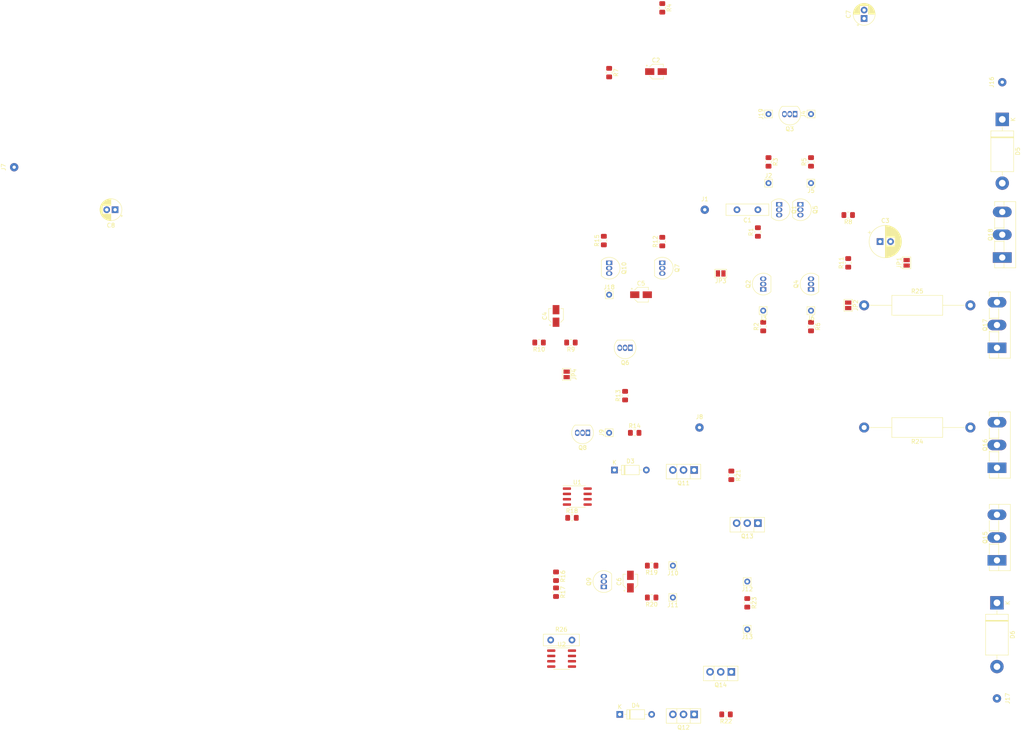
<source format=kicad_pcb>
(kicad_pcb (version 20171130) (host pcbnew "(5.1.2)-2")
  (layers (0 F.Cu signal) (31 B.Cu signal) (34 B.Paste user) (35 F.Paste user) (36 B.SilkS user) (37 F.SilkS user) (38 B.Mask user) (39 F.Mask user) (44 Edge.Cuts user))
  (net 0 "")
  (net 1 "Net-(C1-Pad1)")
  (net 2 "Net-(C1-Pad2)")
  (net 3 "Net-(C2-Pad2)")
  (net 4 "Net-(C2-Pad1)")
  (net 5 "Net-(C3-Pad1)")
  (net 6 GND)
  (net 7 "Net-(C4-Pad1)")
  (net 8 "Net-(C5-Pad1)")
  (net 9 "Net-(C5-Pad2)")
  (net 10 "Net-(C6-Pad2)")
  (net 11 "Net-(C6-Pad1)")
  (net 12 "Net-(D3-Pad1)")
  (net 13 "Net-(D3-Pad2)")
  (net 14 "Net-(D4-Pad2)")
  (net 15 "Net-(D5-Pad2)")
  (net 16 "Net-(D5-Pad1)")
  (net 17 "Net-(D6-Pad1)")
  (net 18 "Net-(D6-Pad2)")
  (net 19 "Net-(J2-Pad1)")
  (net 20 "Net-(J3-Pad1)")
  (net 21 "Net-(J4-Pad1)")
  (net 22 "Net-(J5-Pad1)")
  (net 23 "Net-(J6-Pad1)")
  (net 24 "Net-(J10-Pad1)")
  (net 25 "Net-(J11-Pad1)")
  (net 26 "Net-(J12-Pad1)")
  (net 27 "Net-(J13-Pad1)")
  (net 28 "Net-(JP1-Pad1)")
  (net 29 "Net-(JP2-Pad2)")
  (net 30 "Net-(JP3-Pad1)")
  (net 31 "Net-(Q2-Pad2)")
  (net 32 "Net-(Q5-Pad2)")
  (net 33 "Net-(Q6-Pad3)")
  (net 34 "Net-(Q6-Pad2)")
  (net 35 "Net-(Q10-Pad2)")
  (net 36 "Net-(Q8-Pad2)")
  (net 37 "Net-(Q9-Pad2)")
  (net 38 "Net-(Q10-Pad1)")
  (net 39 "Net-(Q11-Pad1)")
  (net 40 "Net-(Q12-Pad1)")
  (net 41 "Net-(R16-Pad1)")
  (net 42 "Net-(JP4-Pad2)")
  (net 43 "Net-(J19-Pad1)")
  (net 44 "Net-(R17-Pad2)")
  (net 45 "Net-(C8-Pad1)")
  (net 46 "Net-(Q16-Pad3)")
  (net 47 "Net-(Q17-Pad3)")
  (module Resistor_THT:R_Axial_DIN0414_L11.9mm_D4.5mm_P25.40mm_Horizontal (layer F.Cu) (at 245.11 60.96)
    (fp_text reference R25 (at 12.7 -3.37) (layer F.SilkS))
    (fp_text value 0.4)
    (pad 2 thru_hole oval (at 25.4 0) (size 2.4 2.4) (drill 1.2) (layers *.Cu *.Mask) (net 47 "Net-(Q17-Pad3)"))
    (pad 1 thru_hole circle (at 0 0) (size 2.4 2.4) (drill 1.2) (layers *.Cu *.Mask) (net 29 "Net-(JP2-Pad2)"))
  )
  (module Resistor_THT:R_Axial_DIN0414_L11.9mm_D4.5mm_P25.40mm_Horizontal (layer F.Cu) (at 270.51 90.17 180)
    (fp_text reference R24 (at 12.7 -3.37) (layer F.SilkS))
    (fp_text value 0.4)
    (pad 2 thru_hole oval (at 25.4 0 180) (size 2.4 2.4) (drill 1.2) (layers *.Cu *.Mask) (net 29 "Net-(JP2-Pad2)"))
    (pad 1 thru_hole circle (at 0 0 180) (size 2.4 2.4) (drill 1.2) (layers *.Cu *.Mask) (net 46 "Net-(Q16-Pad3)"))
  )
  (module Capacitor_THT:CP_Radial_D5.0mm_P2.00mm (layer F.Cu) (at 66.04 38.1 180)
    (fp_text reference C8 (at 1 -3.75) (layer F.SilkS))
    (fp_text value 1u)
    (pad 2 thru_hole circle (at 2 0 180) (size 1.6 1.6) (drill 0.8) (layers *.Cu *.Mask) (net 6 GND))
    (pad 1 thru_hole rect (at 0 0 180) (size 1.6 1.6) (drill 0.8) (layers *.Cu *.Mask) (net 45 "Net-(C8-Pad1)"))
  )
  (module Capacitor_THT:CP_Radial_D5.0mm_P2.00mm (layer F.Cu) (at 245.11 -7.62 90)
    (fp_text reference C7 (at 1 -3.75 90) (layer F.SilkS))
    (fp_text value 1u)
    (pad 2 thru_hole circle (at 2 0 90) (size 1.6 1.6) (drill 0.8) (layers *.Cu *.Mask) (net 3 "Net-(C2-Pad2)"))
    (pad 1 thru_hole rect (at 0 0 90) (size 1.6 1.6) (drill 0.8) (layers *.Cu *.Mask) (net 6 GND))
  )
  (module Resistor_THT:R_Box_L8.4mm_W2.5mm_P5.08mm (layer F.Cu) (at 170.18 140.97)
    (fp_text reference R26 (at 2.54 -2.52) (layer F.SilkS))
    (fp_text value 200)
    (pad 2 thru_hole circle (at 5.08 0) (size 1.6 1.6) (drill 0.8) (layers *.Cu *.Mask) (net 11 "Net-(C6-Pad1)"))
    (pad 1 thru_hole circle (at 0 0) (size 1.6 1.6) (drill 0.8) (layers *.Cu *.Mask) (net 44 "Net-(R17-Pad2)"))
  )
  (module Connector_Pin:Pin_D0.7mm_L6.5mm_W1.8mm_FlatFork (layer F.Cu) (at 222.25 15.24 270)
    (fp_text reference J19 (at 0 1.8 90) (layer F.SilkS))
    (fp_text value Conn_01x01_Male)
    (pad 1 thru_hole circle (at 0 0 270) (size 1.4 1.4) (drill 0.7) (layers *.Cu *.Mask) (net 43 "Net-(J19-Pad1)"))
  )
  (module kicad:SolderJumper-2_P1.3mm_Open_Pad1.0x1.5mm (layer F.Cu) (at 173.99 77.47 270)
    (fp_text reference JP4 (at 0 -1.8 90) (layer F.SilkS))
    (fp_text value Jumper_NO_Small)
    (pad 1 smd rect (at -0.65 0 270) (size 1 1.5) (layers F.Cu F.Mask) (net 7 "Net-(C4-Pad1)"))
    (pad 2 smd rect (at 0.65 0 270) (size 1 1.5) (layers F.Cu F.Mask) (net 42 "Net-(JP4-Pad2)"))
  )
  (module kicad:SolderJumper-2_P1.3mm_Open_Pad1.0x1.5mm (layer F.Cu) (at 210.82 53.34 180)
    (fp_text reference JP3 (at 0 -1.8) (layer F.SilkS))
    (fp_text value Jumper_NO_Small)
    (pad 1 smd rect (at -0.65 0 180) (size 1 1.5) (layers F.Cu F.Mask) (net 30 "Net-(JP3-Pad1)"))
    (pad 2 smd rect (at 0.65 0 180) (size 1 1.5) (layers F.Cu F.Mask) (net 9 "Net-(C5-Pad2)"))
  )
  (module Connector_Pin:Pin_D0.7mm_L6.5mm_W1.8mm_FlatFork (layer F.Cu) (at 184.15 58.42 180)
    (fp_text reference J18 (at 0 1.8) (layer F.SilkS))
    (fp_text value Conn_01x01_Male)
    (pad 1 thru_hole circle (at 0 0 180) (size 1.4 1.4) (drill 0.7) (layers *.Cu *.Mask) (net 8 "Net-(C5-Pad1)"))
  )
  (module Capacitor_SMD:CP_Elec_3x5.3 (layer F.Cu) (at 191.77 58.42)
    (fp_text reference C5 (at 0 -2.7) (layer F.SilkS))
    (fp_text value 100p)
    (pad 1 smd rect (at -1.5 0) (size 2.2 1.6) (layers F.Cu F.Paste F.Mask) (net 8 "Net-(C5-Pad1)"))
    (pad 2 smd rect (at 1.5 0) (size 2.2 1.6) (layers F.Cu F.Paste F.Mask) (net 9 "Net-(C5-Pad2)"))
  )
  (module Connector_Wire:SolderWirePad_1x01_Drill0.8mm (layer F.Cu) (at 276.86 154.94 270)
    (fp_text reference J17 (at 0 -2.54 90) (layer F.SilkS))
    (fp_text value Screw_Terminal_01x01)
    (pad 1 thru_hole circle (at 0 0 270) (size 1.99898 1.99898) (drill 0.8001) (layers *.Cu *.Mask) (net 18 "Net-(D6-Pad2)"))
  )
  (module Connector_Wire:SolderWirePad_1x01_Drill0.8mm (layer F.Cu) (at 278.13 7.62 90)
    (fp_text reference J16 (at 0 -2.54 90) (layer F.SilkS))
    (fp_text value Screw_Terminal_01x01)
    (pad 1 thru_hole circle (at 0 0 90) (size 1.99898 1.99898) (drill 0.8001) (layers *.Cu *.Mask) (net 16 "Net-(D5-Pad1)"))
  )
  (module Connector_Pin:Pin_D0.7mm_L6.5mm_W1.8mm_FlatFork (layer F.Cu) (at 217.17 138.43)
    (fp_text reference J13 (at 0 1.8) (layer F.SilkS))
    (fp_text value Conn_01x01_Male)
    (pad 1 thru_hole circle (at 0 0) (size 1.4 1.4) (drill 0.7) (layers *.Cu *.Mask) (net 27 "Net-(J13-Pad1)"))
  )
  (module Connector_Pin:Pin_D0.7mm_L6.5mm_W1.8mm_FlatFork (layer F.Cu) (at 217.17 127)
    (fp_text reference J12 (at 0 1.8) (layer F.SilkS))
    (fp_text value Conn_01x01_Male)
    (pad 1 thru_hole circle (at 0 0) (size 1.4 1.4) (drill 0.7) (layers *.Cu *.Mask) (net 26 "Net-(J12-Pad1)"))
  )
  (module Connector_Pin:Pin_D0.7mm_L6.5mm_W1.8mm_FlatFork (layer F.Cu) (at 199.39 130.81)
    (fp_text reference J11 (at 0 1.8) (layer F.SilkS))
    (fp_text value Conn_01x01_Male)
    (pad 1 thru_hole circle (at 0 0) (size 1.4 1.4) (drill 0.7) (layers *.Cu *.Mask) (net 25 "Net-(J11-Pad1)"))
  )
  (module Connector_Pin:Pin_D0.7mm_L6.5mm_W1.8mm_FlatFork (layer F.Cu) (at 199.39 123.19)
    (fp_text reference J10 (at 0 1.8) (layer F.SilkS))
    (fp_text value Conn_01x01_Male)
    (pad 1 thru_hole circle (at 0 0) (size 1.4 1.4) (drill 0.7) (layers *.Cu *.Mask) (net 24 "Net-(J10-Pad1)"))
  )
  (module Connector_Pin:Pin_D0.7mm_L6.5mm_W1.8mm_FlatFork (layer F.Cu) (at 184.15 91.44 270)
    (fp_text reference J9 (at 0 1.8 90) (layer F.SilkS))
    (fp_text value Conn_01x01_Male)
    (pad 1 thru_hole circle (at 0 0 270) (size 1.4 1.4) (drill 0.7) (layers *.Cu *.Mask) (net 12 "Net-(D3-Pad1)"))
  )
  (module Connector_Wire:SolderWirePad_1x01_Drill0.8mm (layer F.Cu) (at 205.74 90.17)
    (fp_text reference J8 (at 0 -2.54) (layer F.SilkS))
    (fp_text value Screw_Terminal_01x01)
    (pad 1 thru_hole circle (at 0 0) (size 1.99898 1.99898) (drill 0.8001) (layers *.Cu *.Mask) (net 3 "Net-(C2-Pad2)"))
  )
  (module Connector_Wire:SolderWirePad_1x01_Drill0.8mm (layer F.Cu) (at 41.91 27.94 90)
    (fp_text reference J7 (at 0 -2.54 90) (layer F.SilkS))
    (fp_text value Screw_Terminal_01x01)
    (pad 1 thru_hole circle (at 0 0 90) (size 1.99898 1.99898) (drill 0.8001) (layers *.Cu *.Mask) (net 45 "Net-(C8-Pad1)"))
  )
  (module Connector_Pin:Pin_D0.7mm_L6.5mm_W1.8mm_FlatFork (layer F.Cu) (at 232.41 62.23)
    (fp_text reference J6 (at 0 1.8) (layer F.SilkS))
    (fp_text value Conn_01x01_Male)
    (pad 1 thru_hole circle (at 0 0) (size 1.4 1.4) (drill 0.7) (layers *.Cu *.Mask) (net 23 "Net-(J6-Pad1)"))
  )
  (module Connector_Pin:Pin_D0.7mm_L6.5mm_W1.8mm_FlatFork (layer F.Cu) (at 232.41 31.75)
    (fp_text reference J5 (at 0 1.8) (layer F.SilkS))
    (fp_text value Conn_01x01_Male)
    (pad 1 thru_hole circle (at 0 0) (size 1.4 1.4) (drill 0.7) (layers *.Cu *.Mask) (net 22 "Net-(J5-Pad1)"))
  )
  (module Connector_Pin:Pin_D0.7mm_L6.5mm_W1.8mm_FlatFork (layer F.Cu) (at 232.41 15.24 270)
    (fp_text reference J4 (at 0 1.8 90) (layer F.SilkS))
    (fp_text value Conn_01x01_Male)
    (pad 1 thru_hole circle (at 0 0 270) (size 1.4 1.4) (drill 0.7) (layers *.Cu *.Mask) (net 21 "Net-(J4-Pad1)"))
  )
  (module Connector_Pin:Pin_D0.7mm_L6.5mm_W1.8mm_FlatFork (layer F.Cu) (at 220.98 62.23)
    (fp_text reference J3 (at 0 1.8) (layer F.SilkS))
    (fp_text value Conn_01x01_Male)
    (pad 1 thru_hole circle (at 0 0) (size 1.4 1.4) (drill 0.7) (layers *.Cu *.Mask) (net 20 "Net-(J3-Pad1)"))
  )
  (module Connector_Pin:Pin_D0.7mm_L6.5mm_W1.8mm_FlatFork (layer F.Cu) (at 222.25 31.75 180)
    (fp_text reference J2 (at 0 1.8) (layer F.SilkS))
    (fp_text value Conn_01x01_Male)
    (pad 1 thru_hole circle (at 0 0 180) (size 1.4 1.4) (drill 0.7) (layers *.Cu *.Mask) (net 19 "Net-(J2-Pad1)"))
  )
  (module Connector_Wire:SolderWirePad_1x01_Drill0.8mm (layer F.Cu) (at 207.01 38.1)
    (fp_text reference J1 (at 0 -2.54) (layer F.SilkS))
    (fp_text value Screw_Terminal_01x01)
    (pad 1 thru_hole circle (at 0 0) (size 1.99898 1.99898) (drill 0.8001) (layers *.Cu *.Mask) (net 2 "Net-(C1-Pad2)"))
  )
  (module Capacitor_THT:C_Disc_D10.0mm_W2.5mm_P5.00mm (layer F.Cu) (at 219.71 38.1 180)
    (fp_text reference C1 (at 2.5 -2.5) (layer F.SilkS))
    (fp_text value 10u)
    (pad 2 thru_hole circle (at 5 0 180) (size 1.6 1.6) (drill 0.8) (layers *.Cu *.Mask) (net 2 "Net-(C1-Pad2)"))
    (pad 1 thru_hole circle (at 0 0 180) (size 1.6 1.6) (drill 0.8) (layers *.Cu *.Mask) (net 1 "Net-(C1-Pad1)"))
  )
  (module Capacitor_SMD:CP_Elec_3x5.3 (layer F.Cu) (at 195.35 5.08)
    (fp_text reference C2 (at 0 -2.7) (layer F.SilkS))
    (fp_text value 47u)
    (pad 2 smd rect (at 1.5 0) (size 2.2 1.6) (layers F.Cu F.Paste F.Mask) (net 3 "Net-(C2-Pad2)"))
    (pad 1 smd rect (at -1.5 0) (size 2.2 1.6) (layers F.Cu F.Paste F.Mask) (net 4 "Net-(C2-Pad1)"))
  )
  (module Capacitor_THT:CP_Radial_D7.5mm_P2.50mm (layer F.Cu) (at 248.92 45.72)
    (fp_text reference C3 (at 1.25 -5) (layer F.SilkS))
    (fp_text value 1000u)
    (pad 1 thru_hole rect (at 0 0) (size 1.6 1.6) (drill 0.8) (layers *.Cu *.Mask) (net 5 "Net-(C3-Pad1)"))
    (pad 2 thru_hole circle (at 2.5 0) (size 1.6 1.6) (drill 0.8) (layers *.Cu *.Mask) (net 6 GND))
  )
  (module Capacitor_SMD:CP_Elec_3x5.3 (layer F.Cu) (at 171.45 63.5 90)
    (fp_text reference C4 (at 0 -2.7 90) (layer F.SilkS))
    (fp_text value 47u)
    (pad 1 smd rect (at -1.5 0 90) (size 2.2 1.6) (layers F.Cu F.Paste F.Mask) (net 7 "Net-(C4-Pad1)"))
    (pad 2 smd rect (at 1.5 0 90) (size 2.2 1.6) (layers F.Cu F.Paste F.Mask) (net 3 "Net-(C2-Pad2)"))
  )
  (module Capacitor_SMD:CP_Elec_3x5.3 (layer F.Cu) (at 189.23 127 90)
    (fp_text reference C6 (at 0 -2.7 90) (layer F.SilkS))
    (fp_text value 22n)
    (pad 2 smd rect (at 1.5 0 90) (size 2.2 1.6) (layers F.Cu F.Paste F.Mask) (net 10 "Net-(C6-Pad2)"))
    (pad 1 smd rect (at -1.5 0 90) (size 2.2 1.6) (layers F.Cu F.Paste F.Mask) (net 11 "Net-(C6-Pad1)"))
  )
  (module Diode_THT:D_DO-35_SOD27_P7.62mm_Horizontal (layer F.Cu) (at 185.42 100.33)
    (fp_text reference D3 (at 3.81 -2.12) (layer F.SilkS))
    (fp_text value 1N4148)
    (fp_text user K (at 0 -1.8) (layer F.SilkS))
    (pad 1 thru_hole rect (at 0 0) (size 1.6 1.6) (drill 0.8) (layers *.Cu *.Mask) (net 12 "Net-(D3-Pad1)"))
    (pad 2 thru_hole oval (at 7.62 0) (size 1.6 1.6) (drill 0.8) (layers *.Cu *.Mask) (net 13 "Net-(D3-Pad2)"))
  )
  (module Diode_THT:D_DO-35_SOD27_P7.62mm_Horizontal (layer F.Cu) (at 186.69 158.75)
    (fp_text reference D4 (at 3.81 -2.12) (layer F.SilkS))
    (fp_text value 1N4148)
    (fp_text user K (at 0 -1.8) (layer F.SilkS))
    (pad 2 thru_hole oval (at 7.62 0) (size 1.6 1.6) (drill 0.8) (layers *.Cu *.Mask) (net 14 "Net-(D4-Pad2)"))
    (pad 1 thru_hole rect (at 0 0) (size 1.6 1.6) (drill 0.8) (layers *.Cu *.Mask) (net 8 "Net-(C5-Pad1)"))
  )
  (module Diode_THT:D_DO-201AD_P15.24mm_Horizontal (layer F.Cu) (at 278.13 16.51 270)
    (fp_text reference D5 (at 7.62 -3.72 90) (layer F.SilkS))
    (fp_text value 1N5822)
    (fp_text user K (at 0 -2.6 90) (layer F.SilkS))
    (pad 2 thru_hole oval (at 15.24 0 270) (size 3.2 3.2) (drill 1.6) (layers *.Cu *.Mask) (net 15 "Net-(D5-Pad2)"))
    (pad 1 thru_hole rect (at 0 0 270) (size 3.2 3.2) (drill 1.6) (layers *.Cu *.Mask) (net 16 "Net-(D5-Pad1)"))
  )
  (module Diode_THT:D_DO-201AD_P15.24mm_Horizontal (layer F.Cu) (at 276.86 132.08 270)
    (fp_text reference D6 (at 7.62 -3.72 90) (layer F.SilkS))
    (fp_text value 1N5822)
    (fp_text user K (at 0 -2.6 90) (layer F.SilkS))
    (pad 1 thru_hole rect (at 0 0 270) (size 3.2 3.2) (drill 1.6) (layers *.Cu *.Mask) (net 17 "Net-(D6-Pad1)"))
    (pad 2 thru_hole oval (at 15.24 0 270) (size 3.2 3.2) (drill 1.6) (layers *.Cu *.Mask) (net 18 "Net-(D6-Pad2)"))
  )
  (module kicad:SolderJumper-2_P1.3mm_Open_Pad1.0x1.5mm (layer F.Cu) (at 255.27 50.8 90)
    (fp_text reference JP1 (at 0 -1.8 90) (layer F.SilkS))
    (fp_text value Jumper_NO_Small)
    (pad 2 smd rect (at 0.65 0 90) (size 1 1.5) (layers F.Cu F.Mask) (net 6 GND))
    (pad 1 smd rect (at -0.65 0 90) (size 1 1.5) (layers F.Cu F.Mask) (net 28 "Net-(JP1-Pad1)"))
  )
  (module kicad:SolderJumper-2_P1.3mm_Open_Pad1.0x1.5mm (layer F.Cu) (at 241.3 60.96 270)
    (fp_text reference JP2 (at 0 -1.8 90) (layer F.SilkS))
    (fp_text value Jumper_NO_Small)
    (pad 2 smd rect (at 0.65 0 270) (size 1 1.5) (layers F.Cu F.Mask) (net 29 "Net-(JP2-Pad2)"))
    (pad 1 smd rect (at -0.65 0 270) (size 1 1.5) (layers F.Cu F.Mask) (net 28 "Net-(JP1-Pad1)"))
  )
  (module Package_TO_SOT_THT:TO-92_Inline (layer F.Cu) (at 224.79 36.83 270)
    (fp_text reference Q1 (at 1.27 -3.56 90) (layer F.SilkS))
    (fp_text value MPSA92)
    (pad 1 thru_hole rect (at 0 0 270) (size 1.05 1.5) (drill 0.75) (layers *.Cu *.Mask) (net 19 "Net-(J2-Pad1)"))
    (pad 3 thru_hole oval (at 2.54 0 270) (size 1.05 1.5) (drill 0.75) (layers *.Cu *.Mask) (net 30 "Net-(JP3-Pad1)"))
    (pad 2 thru_hole oval (at 1.27 0 270) (size 1.05 1.5) (drill 0.75) (layers *.Cu *.Mask) (net 1 "Net-(C1-Pad1)"))
  )
  (module Package_TO_SOT_THT:TO-92_Inline (layer F.Cu) (at 220.98 57.15 90)
    (fp_text reference Q2 (at 1.27 -3.56 90) (layer F.SilkS))
    (fp_text value MPSA42)
    (pad 1 thru_hole rect (at 0 0 90) (size 1.05 1.5) (drill 0.75) (layers *.Cu *.Mask) (net 20 "Net-(J3-Pad1)"))
    (pad 3 thru_hole oval (at 2.54 0 90) (size 1.05 1.5) (drill 0.75) (layers *.Cu *.Mask) (net 30 "Net-(JP3-Pad1)"))
    (pad 2 thru_hole oval (at 1.27 0 90) (size 1.05 1.5) (drill 0.75) (layers *.Cu *.Mask) (net 31 "Net-(Q2-Pad2)"))
  )
  (module Package_TO_SOT_THT:TO-92_Inline (layer F.Cu) (at 228.6 15.24 180)
    (fp_text reference Q3 (at 1.27 -3.56) (layer F.SilkS))
    (fp_text value MPSA92)
    (pad 2 thru_hole oval (at 1.27 0 180) (size 1.05 1.5) (drill 0.75) (layers *.Cu *.Mask) (net 4 "Net-(C2-Pad1)"))
    (pad 3 thru_hole oval (at 2.54 0 180) (size 1.05 1.5) (drill 0.75) (layers *.Cu *.Mask) (net 43 "Net-(J19-Pad1)"))
    (pad 1 thru_hole rect (at 0 0 180) (size 1.05 1.5) (drill 0.75) (layers *.Cu *.Mask) (net 21 "Net-(J4-Pad1)"))
  )
  (module Package_TO_SOT_THT:TO-92_Inline (layer F.Cu) (at 232.41 57.15 90)
    (fp_text reference Q4 (at 1.27 -3.56 90) (layer F.SilkS))
    (fp_text value MPSA42)
    (pad 2 thru_hole oval (at 1.27 0 90) (size 1.05 1.5) (drill 0.75) (layers *.Cu *.Mask) (net 31 "Net-(Q2-Pad2)"))
    (pad 3 thru_hole oval (at 2.54 0 90) (size 1.05 1.5) (drill 0.75) (layers *.Cu *.Mask) (net 31 "Net-(Q2-Pad2)"))
    (pad 1 thru_hole rect (at 0 0 90) (size 1.05 1.5) (drill 0.75) (layers *.Cu *.Mask) (net 23 "Net-(J6-Pad1)"))
  )
  (module Package_TO_SOT_THT:TO-92_Inline (layer F.Cu) (at 229.87 36.83 270)
    (fp_text reference Q5 (at 1.27 -3.56 90) (layer F.SilkS))
    (fp_text value MPSA92)
    (pad 2 thru_hole oval (at 1.27 0 270) (size 1.05 1.5) (drill 0.75) (layers *.Cu *.Mask) (net 32 "Net-(Q5-Pad2)"))
    (pad 3 thru_hole oval (at 2.54 0 270) (size 1.05 1.5) (drill 0.75) (layers *.Cu *.Mask) (net 31 "Net-(Q2-Pad2)"))
    (pad 1 thru_hole rect (at 0 0 270) (size 1.05 1.5) (drill 0.75) (layers *.Cu *.Mask) (net 22 "Net-(J5-Pad1)"))
  )
  (module Package_TO_SOT_THT:TO-92_Inline (layer F.Cu) (at 189.23 71.12 180)
    (fp_text reference Q6 (at 1.27 -3.56) (layer F.SilkS))
    (fp_text value MPSA92)
    (pad 1 thru_hole rect (at 0 0 180) (size 1.05 1.5) (drill 0.75) (layers *.Cu *.Mask) (net 3 "Net-(C2-Pad2)"))
    (pad 3 thru_hole oval (at 2.54 0 180) (size 1.05 1.5) (drill 0.75) (layers *.Cu *.Mask) (net 33 "Net-(Q6-Pad3)"))
    (pad 2 thru_hole oval (at 1.27 0 180) (size 1.05 1.5) (drill 0.75) (layers *.Cu *.Mask) (net 34 "Net-(Q6-Pad2)"))
  )
  (module Package_TO_SOT_THT:TO-92_Inline (layer F.Cu) (at 196.85 50.8 270)
    (fp_text reference Q7 (at 1.27 -3.56 90) (layer F.SilkS))
    (fp_text value MPSA42)
    (pad 1 thru_hole rect (at 0 0 270) (size 1.05 1.5) (drill 0.75) (layers *.Cu *.Mask) (net 35 "Net-(Q10-Pad2)"))
    (pad 3 thru_hole oval (at 2.54 0 270) (size 1.05 1.5) (drill 0.75) (layers *.Cu *.Mask) (net 6 GND))
    (pad 2 thru_hole oval (at 1.27 0 270) (size 1.05 1.5) (drill 0.75) (layers *.Cu *.Mask) (net 9 "Net-(C5-Pad2)"))
  )
  (module Package_TO_SOT_THT:TO-92_Inline (layer F.Cu) (at 179.07 91.44 180)
    (fp_text reference Q8 (at 1.27 -3.56) (layer F.SilkS))
    (fp_text value MPSA92)
    (pad 2 thru_hole oval (at 1.27 0 180) (size 1.05 1.5) (drill 0.75) (layers *.Cu *.Mask) (net 36 "Net-(Q8-Pad2)"))
    (pad 3 thru_hole oval (at 2.54 0 180) (size 1.05 1.5) (drill 0.75) (layers *.Cu *.Mask) (net 42 "Net-(JP4-Pad2)"))
    (pad 1 thru_hole rect (at 0 0 180) (size 1.05 1.5) (drill 0.75) (layers *.Cu *.Mask) (net 12 "Net-(D3-Pad1)"))
  )
  (module Package_TO_SOT_THT:TO-92_Inline (layer F.Cu) (at 182.88 128.27 90)
    (fp_text reference Q9 (at 1.27 -3.56 90) (layer F.SilkS))
    (fp_text value MPSA42)
    (pad 1 thru_hole rect (at 0 0 90) (size 1.05 1.5) (drill 0.75) (layers *.Cu *.Mask) (net 11 "Net-(C6-Pad1)"))
    (pad 3 thru_hole oval (at 2.54 0 90) (size 1.05 1.5) (drill 0.75) (layers *.Cu *.Mask) (net 10 "Net-(C6-Pad2)"))
    (pad 2 thru_hole oval (at 1.27 0 90) (size 1.05 1.5) (drill 0.75) (layers *.Cu *.Mask) (net 37 "Net-(Q9-Pad2)"))
  )
  (module Package_TO_SOT_THT:TO-92_Inline (layer F.Cu) (at 184.15 50.8 270)
    (fp_text reference Q10 (at 1.27 -3.56 90) (layer F.SilkS))
    (fp_text value MPSA42)
    (pad 2 thru_hole oval (at 1.27 0 270) (size 1.05 1.5) (drill 0.75) (layers *.Cu *.Mask) (net 35 "Net-(Q10-Pad2)"))
    (pad 3 thru_hole oval (at 2.54 0 270) (size 1.05 1.5) (drill 0.75) (layers *.Cu *.Mask) (net 8 "Net-(C5-Pad1)"))
    (pad 1 thru_hole rect (at 0 0 270) (size 1.05 1.5) (drill 0.75) (layers *.Cu *.Mask) (net 38 "Net-(Q10-Pad1)"))
  )
  (module Package_TO_SOT_THT:TO-126-3_Vertical (layer F.Cu) (at 204.47 100.33 180)
    (fp_text reference Q11 (at 2.54 -3.12) (layer F.SilkS))
    (fp_text value BD135)
    (pad 1 thru_hole rect (at 0 0 180) (size 1.8 1.8) (drill 1) (layers *.Cu *.Mask) (net 39 "Net-(Q11-Pad1)"))
    (pad 2 thru_hole oval (at 2.54 0 180) (size 1.8 1.8) (drill 1) (layers *.Cu *.Mask) (net 3 "Net-(C2-Pad2)"))
    (pad 3 thru_hole oval (at 5.08 0 180) (size 1.8 1.8) (drill 1) (layers *.Cu *.Mask) (net 13 "Net-(D3-Pad2)"))
  )
  (module Package_TO_SOT_THT:TO-126-3_Vertical (layer F.Cu) (at 204.47 158.75 180)
    (fp_text reference Q12 (at 2.54 -3.12) (layer F.SilkS))
    (fp_text value BD136)
    (pad 3 thru_hole oval (at 5.08 0 180) (size 1.8 1.8) (drill 1) (layers *.Cu *.Mask) (net 14 "Net-(D4-Pad2)"))
    (pad 2 thru_hole oval (at 2.54 0 180) (size 1.8 1.8) (drill 1) (layers *.Cu *.Mask) (net 45 "Net-(C8-Pad1)"))
    (pad 1 thru_hole rect (at 0 0 180) (size 1.8 1.8) (drill 1) (layers *.Cu *.Mask) (net 40 "Net-(Q12-Pad1)"))
  )
  (module Package_TO_SOT_THT:TO-126-3_Vertical (layer F.Cu) (at 219.71 113.03 180)
    (fp_text reference Q13 (at 2.54 -3.12) (layer F.SilkS))
    (fp_text value BD135)
    (pad 3 thru_hole oval (at 5.08 0 180) (size 1.8 1.8) (drill 1) (layers *.Cu *.Mask) (net 24 "Net-(J10-Pad1)"))
    (pad 2 thru_hole oval (at 2.54 0 180) (size 1.8 1.8) (drill 1) (layers *.Cu *.Mask) (net 3 "Net-(C2-Pad2)"))
    (pad 1 thru_hole rect (at 0 0 180) (size 1.8 1.8) (drill 1) (layers *.Cu *.Mask) (net 26 "Net-(J12-Pad1)"))
  )
  (module Package_TO_SOT_THT:TO-126-3_Vertical (layer F.Cu) (at 213.36 148.59 180)
    (fp_text reference Q14 (at 2.54 -3.12) (layer F.SilkS))
    (fp_text value BD136)
    (pad 1 thru_hole rect (at 0 0 180) (size 1.8 1.8) (drill 1) (layers *.Cu *.Mask) (net 27 "Net-(J13-Pad1)"))
    (pad 2 thru_hole oval (at 2.54 0 180) (size 1.8 1.8) (drill 1) (layers *.Cu *.Mask) (net 45 "Net-(C8-Pad1)"))
    (pad 3 thru_hole oval (at 5.08 0 180) (size 1.8 1.8) (drill 1) (layers *.Cu *.Mask) (net 25 "Net-(J11-Pad1)"))
  )
  (module Package_TO_SOT_THT:TO-3PB-3_Vertical (layer F.Cu) (at 276.86 121.92 90)
    (fp_text reference Q15 (at 5.45 -2.82 90) (layer F.SilkS))
    (fp_text value 2SD1047)
    (pad 1 thru_hole rect (at 0 0 90) (size 2.5 4.5) (drill 1.5) (layers *.Cu *.Mask) (net 39 "Net-(Q11-Pad1)"))
    (pad 2 thru_hole oval (at 5.45 0 90) (size 2.5 4.5) (drill 1.5) (layers *.Cu *.Mask) (net 3 "Net-(C2-Pad2)"))
    (pad 3 thru_hole oval (at 10.9 0 90) (size 2.5 4.5) (drill 1.5) (layers *.Cu *.Mask) (net 17 "Net-(D6-Pad1)"))
  )
  (module Package_TO_SOT_THT:TO-3PB-3_Vertical (layer F.Cu) (at 276.86 99.8 90)
    (fp_text reference Q16 (at 5.45 -2.82 90) (layer F.SilkS))
    (fp_text value 2SD1047)
    (pad 3 thru_hole oval (at 10.9 0 90) (size 2.5 4.5) (drill 1.5) (layers *.Cu *.Mask) (net 46 "Net-(Q16-Pad3)"))
    (pad 2 thru_hole oval (at 5.45 0 90) (size 2.5 4.5) (drill 1.5) (layers *.Cu *.Mask) (net 17 "Net-(D6-Pad1)"))
    (pad 1 thru_hole rect (at 0 0 90) (size 2.5 4.5) (drill 1.5) (layers *.Cu *.Mask) (net 26 "Net-(J12-Pad1)"))
  )
  (module Package_TO_SOT_THT:TO-3PB-3_Vertical (layer F.Cu) (at 276.86 71.12 90)
    (fp_text reference Q17 (at 5.45 -2.82 90) (layer F.SilkS))
    (fp_text value 2SB817)
    (pad 3 thru_hole oval (at 10.9 0 90) (size 2.5 4.5) (drill 1.5) (layers *.Cu *.Mask) (net 47 "Net-(Q17-Pad3)"))
    (pad 2 thru_hole oval (at 5.45 0 90) (size 2.5 4.5) (drill 1.5) (layers *.Cu *.Mask) (net 15 "Net-(D5-Pad2)"))
    (pad 1 thru_hole rect (at 0 0 90) (size 2.5 4.5) (drill 1.5) (layers *.Cu *.Mask) (net 27 "Net-(J13-Pad1)"))
  )
  (module Package_TO_SOT_THT:TO-3PB-3_Vertical (layer F.Cu) (at 278.13 49.53 90)
    (fp_text reference Q18 (at 5.45 -2.82 90) (layer F.SilkS))
    (fp_text value 2SB817)
    (pad 1 thru_hole rect (at 0 0 90) (size 2.5 4.5) (drill 1.5) (layers *.Cu *.Mask) (net 40 "Net-(Q12-Pad1)"))
    (pad 2 thru_hole oval (at 5.45 0 90) (size 2.5 4.5) (drill 1.5) (layers *.Cu *.Mask) (net 45 "Net-(C8-Pad1)"))
    (pad 3 thru_hole oval (at 10.9 0 90) (size 2.5 4.5) (drill 1.5) (layers *.Cu *.Mask) (net 15 "Net-(D5-Pad2)"))
  )
  (module Resistor_SMD:R_0805_2012Metric_Pad1.15x1.40mm_HandSolder (layer F.Cu) (at 219.71 43.425 90)
    (fp_text reference R1 (at 0 -1.65 90) (layer F.SilkS))
    (fp_text value 400)
    (pad 2 smd roundrect (at 1.025 0 90) (size 1.15 1.4) (layers F.Cu F.Paste F.Mask) (roundrect_rratio 0.217391) (net 1 "Net-(C1-Pad1)"))
    (pad 1 smd roundrect (at -1.025 0 90) (size 1.15 1.4) (layers F.Cu F.Paste F.Mask) (roundrect_rratio 0.217391) (net 6 GND))
  )
  (module Resistor_SMD:R_0805_2012Metric_Pad1.15x1.40mm_HandSolder (layer F.Cu) (at 220.98 66.04 90)
    (fp_text reference R2 (at 0 -1.65 90) (layer F.SilkS))
    (fp_text value 68)
    (pad 1 smd roundrect (at -1.025 0 90) (size 1.15 1.4) (layers F.Cu F.Paste F.Mask) (roundrect_rratio 0.217391) (net 45 "Net-(C8-Pad1)"))
    (pad 2 smd roundrect (at 1.025 0 90) (size 1.15 1.4) (layers F.Cu F.Paste F.Mask) (roundrect_rratio 0.217391) (net 20 "Net-(J3-Pad1)"))
  )
  (module Resistor_SMD:R_0805_2012Metric_Pad1.15x1.40mm_HandSolder (layer F.Cu) (at 222.25 26.67 270)
    (fp_text reference R3 (at 0 -1.65 90) (layer F.SilkS))
    (fp_text value 100)
    (pad 1 smd roundrect (at -1.025 0 270) (size 1.15 1.4) (layers F.Cu F.Paste F.Mask) (roundrect_rratio 0.217391) (net 43 "Net-(J19-Pad1)"))
    (pad 2 smd roundrect (at 1.025 0 270) (size 1.15 1.4) (layers F.Cu F.Paste F.Mask) (roundrect_rratio 0.217391) (net 19 "Net-(J2-Pad1)"))
  )
  (module Resistor_SMD:R_0805_2012Metric_Pad1.15x1.40mm_HandSolder (layer F.Cu) (at 196.85 -10.16 270)
    (fp_text reference R4 (at 0 -1.65 90) (layer F.SilkS))
    (fp_text value 100)
    (pad 1 smd roundrect (at -1.025 0 270) (size 1.15 1.4) (layers F.Cu F.Paste F.Mask) (roundrect_rratio 0.217391) (net 21 "Net-(J4-Pad1)"))
    (pad 2 smd roundrect (at 1.025 0 270) (size 1.15 1.4) (layers F.Cu F.Paste F.Mask) (roundrect_rratio 0.217391) (net 3 "Net-(C2-Pad2)"))
  )
  (module Resistor_SMD:R_0805_2012Metric_Pad1.15x1.40mm_HandSolder (layer F.Cu) (at 232.41 26.67 90)
    (fp_text reference R5 (at 0 -1.65 90) (layer F.SilkS))
    (fp_text value 100)
    (pad 1 smd roundrect (at -1.025 0 90) (size 1.15 1.4) (layers F.Cu F.Paste F.Mask) (roundrect_rratio 0.217391) (net 22 "Net-(J5-Pad1)"))
    (pad 2 smd roundrect (at 1.025 0 90) (size 1.15 1.4) (layers F.Cu F.Paste F.Mask) (roundrect_rratio 0.217391) (net 43 "Net-(J19-Pad1)"))
  )
  (module Resistor_SMD:R_0805_2012Metric_Pad1.15x1.40mm_HandSolder (layer F.Cu) (at 232.41 66.04 270)
    (fp_text reference R6 (at 0 -1.65 90) (layer F.SilkS))
    (fp_text value 68)
    (pad 2 smd roundrect (at 1.025 0 270) (size 1.15 1.4) (layers F.Cu F.Paste F.Mask) (roundrect_rratio 0.217391) (net 45 "Net-(C8-Pad1)"))
    (pad 1 smd roundrect (at -1.025 0 270) (size 1.15 1.4) (layers F.Cu F.Paste F.Mask) (roundrect_rratio 0.217391) (net 23 "Net-(J6-Pad1)"))
  )
  (module Resistor_SMD:R_0805_2012Metric_Pad1.15x1.40mm_HandSolder (layer F.Cu) (at 184.15 5.325 270)
    (fp_text reference R7 (at 0 -1.65 90) (layer F.SilkS))
    (fp_text value 2.2k)
    (pad 2 smd roundrect (at 1.025 0 270) (size 1.15 1.4) (layers F.Cu F.Paste F.Mask) (roundrect_rratio 0.217391) (net 36 "Net-(Q8-Pad2)"))
    (pad 1 smd roundrect (at -1.025 0 270) (size 1.15 1.4) (layers F.Cu F.Paste F.Mask) (roundrect_rratio 0.217391) (net 4 "Net-(C2-Pad1)"))
  )
  (module Resistor_SMD:R_0805_2012Metric_Pad1.15x1.40mm_HandSolder (layer F.Cu) (at 241.3 39.37 180)
    (fp_text reference R8 (at 0 -1.65) (layer F.SilkS))
    (fp_text value 470)
    (pad 2 smd roundrect (at 1.025 0 180) (size 1.15 1.4) (layers F.Cu F.Paste F.Mask) (roundrect_rratio 0.217391) (net 32 "Net-(Q5-Pad2)"))
    (pad 1 smd roundrect (at -1.025 0 180) (size 1.15 1.4) (layers F.Cu F.Paste F.Mask) (roundrect_rratio 0.217391) (net 5 "Net-(C3-Pad1)"))
  )
  (module Resistor_SMD:R_0805_2012Metric_Pad1.15x1.40mm_HandSolder (layer F.Cu) (at 175.015 69.85 180)
    (fp_text reference R9 (at 0 -1.65) (layer F.SilkS))
    (fp_text value 10k)
    (pad 1 smd roundrect (at -1.025 0 180) (size 1.15 1.4) (layers F.Cu F.Paste F.Mask) (roundrect_rratio 0.217391) (net 33 "Net-(Q6-Pad3)"))
    (pad 2 smd roundrect (at 1.025 0 180) (size 1.15 1.4) (layers F.Cu F.Paste F.Mask) (roundrect_rratio 0.217391) (net 7 "Net-(C4-Pad1)"))
  )
  (module Resistor_SMD:R_0805_2012Metric_Pad1.15x1.40mm_HandSolder (layer F.Cu) (at 167.395 69.85 180)
    (fp_text reference R10 (at 0 -1.65) (layer F.SilkS))
    (fp_text value 10k)
    (pad 2 smd roundrect (at 1.025 0 180) (size 1.15 1.4) (layers F.Cu F.Paste F.Mask) (roundrect_rratio 0.217391) (net 6 GND))
    (pad 1 smd roundrect (at -1.025 0 180) (size 1.15 1.4) (layers F.Cu F.Paste F.Mask) (roundrect_rratio 0.217391) (net 7 "Net-(C4-Pad1)"))
  )
  (module Resistor_SMD:R_0805_2012Metric_Pad1.15x1.40mm_HandSolder (layer F.Cu) (at 241.3 50.8 90)
    (fp_text reference R11 (at 0 -1.65 90) (layer F.SilkS))
    (fp_text value 12k)
    (pad 1 smd roundrect (at -1.025 0 90) (size 1.15 1.4) (layers F.Cu F.Paste F.Mask) (roundrect_rratio 0.217391) (net 28 "Net-(JP1-Pad1)"))
    (pad 2 smd roundrect (at 1.025 0 90) (size 1.15 1.4) (layers F.Cu F.Paste F.Mask) (roundrect_rratio 0.217391) (net 32 "Net-(Q5-Pad2)"))
  )
  (module Resistor_SMD:R_0805_2012Metric_Pad1.15x1.40mm_HandSolder (layer F.Cu) (at 196.85 45.72 90)
    (fp_text reference R12 (at 0 -1.65 90) (layer F.SilkS))
    (fp_text value 2.2k)
    (pad 2 smd roundrect (at 1.025 0 90) (size 1.15 1.4) (layers F.Cu F.Paste F.Mask) (roundrect_rratio 0.217391) (net 45 "Net-(C8-Pad1)"))
    (pad 1 smd roundrect (at -1.025 0 90) (size 1.15 1.4) (layers F.Cu F.Paste F.Mask) (roundrect_rratio 0.217391) (net 35 "Net-(Q10-Pad2)"))
  )
  (module Resistor_SMD:R_0805_2012Metric_Pad1.15x1.40mm_HandSolder (layer F.Cu) (at 187.96 82.55 90)
    (fp_text reference R13 (at 0 -1.65 90) (layer F.SilkS))
    (fp_text value 2.2k)
    (pad 1 smd roundrect (at -1.025 0 90) (size 1.15 1.4) (layers F.Cu F.Paste F.Mask) (roundrect_rratio 0.217391) (net 12 "Net-(D3-Pad1)"))
    (pad 2 smd roundrect (at 1.025 0 90) (size 1.15 1.4) (layers F.Cu F.Paste F.Mask) (roundrect_rratio 0.217391) (net 34 "Net-(Q6-Pad2)"))
  )
  (module Resistor_SMD:R_0805_2012Metric_Pad1.15x1.40mm_HandSolder (layer F.Cu) (at 190.255 91.44)
    (fp_text reference R14 (at 0 -1.65) (layer F.SilkS))
    (fp_text value 68)
    (pad 2 smd roundrect (at 1.025 0) (size 1.15 1.4) (layers F.Cu F.Paste F.Mask) (roundrect_rratio 0.217391) (net 3 "Net-(C2-Pad2)"))
    (pad 1 smd roundrect (at -1.025 0) (size 1.15 1.4) (layers F.Cu F.Paste F.Mask) (roundrect_rratio 0.217391) (net 12 "Net-(D3-Pad1)"))
  )
  (module Resistor_SMD:R_0805_2012Metric_Pad1.15x1.40mm_HandSolder (layer F.Cu) (at 182.88 45.475 90)
    (fp_text reference R15 (at 0 -1.65 90) (layer F.SilkS))
    (fp_text value 10)
    (pad 1 smd roundrect (at -1.025 0 90) (size 1.15 1.4) (layers F.Cu F.Paste F.Mask) (roundrect_rratio 0.217391) (net 38 "Net-(Q10-Pad1)"))
    (pad 2 smd roundrect (at 1.025 0 90) (size 1.15 1.4) (layers F.Cu F.Paste F.Mask) (roundrect_rratio 0.217391) (net 45 "Net-(C8-Pad1)"))
  )
  (module Resistor_SMD:R_0805_2012Metric_Pad1.15x1.40mm_HandSolder (layer F.Cu) (at 171.45 125.73 270)
    (fp_text reference R16 (at 0 -1.65 90) (layer F.SilkS))
    (fp_text value 3.3k)
    (pad 2 smd roundrect (at 1.025 0 270) (size 1.15 1.4) (layers F.Cu F.Paste F.Mask) (roundrect_rratio 0.217391) (net 37 "Net-(Q9-Pad2)"))
    (pad 1 smd roundrect (at -1.025 0 270) (size 1.15 1.4) (layers F.Cu F.Paste F.Mask) (roundrect_rratio 0.217391) (net 41 "Net-(R16-Pad1)"))
  )
  (module Resistor_SMD:R_0805_2012Metric_Pad1.15x1.40mm_HandSolder (layer F.Cu) (at 171.45 129.54 270)
    (fp_text reference R17 (at 0 -1.65 90) (layer F.SilkS))
    (fp_text value 1.2k)
    (pad 1 smd roundrect (at -1.025 0 270) (size 1.15 1.4) (layers F.Cu F.Paste F.Mask) (roundrect_rratio 0.217391) (net 37 "Net-(Q9-Pad2)"))
    (pad 2 smd roundrect (at 1.025 0 270) (size 1.15 1.4) (layers F.Cu F.Paste F.Mask) (roundrect_rratio 0.217391) (net 44 "Net-(R17-Pad2)"))
  )
  (module Resistor_SMD:R_0805_2012Metric_Pad1.15x1.40mm_HandSolder (layer F.Cu) (at 175.26 111.76)
    (fp_text reference R18 (at 0 -1.65) (layer F.SilkS))
    (fp_text value 16)
    (pad 1 smd roundrect (at -1.025 0) (size 1.15 1.4) (layers F.Cu F.Paste F.Mask) (roundrect_rratio 0.217391) (net 41 "Net-(R16-Pad1)"))
    (pad 2 smd roundrect (at 1.025 0) (size 1.15 1.4) (layers F.Cu F.Paste F.Mask) (roundrect_rratio 0.217391) (net 10 "Net-(C6-Pad2)"))
  )
  (module Resistor_SMD:R_0805_2012Metric_Pad1.15x1.40mm_HandSolder (layer F.Cu) (at 194.31 123.19 180)
    (fp_text reference R19 (at 0 -1.65) (layer F.SilkS))
    (fp_text value 100)
    (pad 1 smd roundrect (at -1.025 0 180) (size 1.15 1.4) (layers F.Cu F.Paste F.Mask) (roundrect_rratio 0.217391) (net 24 "Net-(J10-Pad1)"))
    (pad 2 smd roundrect (at 1.025 0 180) (size 1.15 1.4) (layers F.Cu F.Paste F.Mask) (roundrect_rratio 0.217391) (net 10 "Net-(C6-Pad2)"))
  )
  (module Resistor_SMD:R_0805_2012Metric_Pad1.15x1.40mm_HandSolder (layer F.Cu) (at 194.31 130.81 180)
    (fp_text reference R20 (at 0 -1.65) (layer F.SilkS))
    (fp_text value 100)
    (pad 2 smd roundrect (at 1.025 0 180) (size 1.15 1.4) (layers F.Cu F.Paste F.Mask) (roundrect_rratio 0.217391) (net 11 "Net-(C6-Pad1)"))
    (pad 1 smd roundrect (at -1.025 0 180) (size 1.15 1.4) (layers F.Cu F.Paste F.Mask) (roundrect_rratio 0.217391) (net 25 "Net-(J11-Pad1)"))
  )
  (module Resistor_SMD:R_0805_2012Metric_Pad1.15x1.40mm_HandSolder (layer F.Cu) (at 213.36 101.6 270)
    (fp_text reference R21 (at 0 -1.65 90) (layer F.SilkS))
    (fp_text value 100)
    (pad 2 smd roundrect (at 1.025 0 270) (size 1.15 1.4) (layers F.Cu F.Paste F.Mask) (roundrect_rratio 0.217391) (net 17 "Net-(D6-Pad1)"))
    (pad 1 smd roundrect (at -1.025 0 270) (size 1.15 1.4) (layers F.Cu F.Paste F.Mask) (roundrect_rratio 0.217391) (net 39 "Net-(Q11-Pad1)"))
  )
  (module Resistor_SMD:R_0805_2012Metric_Pad1.15x1.40mm_HandSolder (layer F.Cu) (at 212.09 158.75 180)
    (fp_text reference R22 (at 0 -1.65) (layer F.SilkS))
    (fp_text value 100)
    (pad 1 smd roundrect (at -1.025 0 180) (size 1.15 1.4) (layers F.Cu F.Paste F.Mask) (roundrect_rratio 0.217391) (net 15 "Net-(D5-Pad2)"))
    (pad 2 smd roundrect (at 1.025 0 180) (size 1.15 1.4) (layers F.Cu F.Paste F.Mask) (roundrect_rratio 0.217391) (net 40 "Net-(Q12-Pad1)"))
  )
  (module Resistor_SMD:R_0805_2012Metric_Pad1.15x1.40mm_HandSolder (layer F.Cu) (at 217.17 132.08 270)
    (fp_text reference R23 (at 0 -1.65 90) (layer F.SilkS))
    (fp_text value 200)
    (pad 2 smd roundrect (at 1.025 0 270) (size 1.15 1.4) (layers F.Cu F.Paste F.Mask) (roundrect_rratio 0.217391) (net 27 "Net-(J13-Pad1)"))
    (pad 1 smd roundrect (at -1.025 0 270) (size 1.15 1.4) (layers F.Cu F.Paste F.Mask) (roundrect_rratio 0.217391) (net 26 "Net-(J12-Pad1)"))
  )
  (module Package_SO:SOIC-8_3.9x4.9mm_P1.27mm (layer F.Cu) (at 176.53 106.68)
    (fp_text reference U1 (at 0 -3.4) (layer F.SilkS))
    (fp_text value LM385D-1.2)
    (pad 8 smd roundrect (at 2.475 -1.905) (size 1.95 0.6) (layers F.Cu F.Paste F.Mask) (net 42 "Net-(JP4-Pad2)"))
    (pad 7 smd roundrect (at 2.475 -0.635) (size 1.95 0.6) (layers F.Cu F.Paste F.Mask))
    (pad 6 smd roundrect (at 2.475 0.635) (size 1.95 0.6) (layers F.Cu F.Paste F.Mask))
    (pad 5 smd roundrect (at 2.475 1.905) (size 1.95 0.6) (layers F.Cu F.Paste F.Mask))
    (pad 4 smd roundrect (at -2.475 1.905) (size 1.95 0.6) (layers F.Cu F.Paste F.Mask) (net 41 "Net-(R16-Pad1)"))
    (pad 3 smd roundrect (at -2.475 0.635) (size 1.95 0.6) (layers F.Cu F.Paste F.Mask))
    (pad 2 smd roundrect (at -2.475 -0.635) (size 1.95 0.6) (layers F.Cu F.Paste F.Mask))
    (pad 1 smd roundrect (at -2.475 -1.905) (size 1.95 0.6) (layers F.Cu F.Paste F.Mask))
  )
  (module Package_SO:SOIC-8_3.9x4.9mm_P1.27mm (layer F.Cu) (at 172.785 145.415)
    (fp_text reference U2 (at 0 -3.4) (layer F.SilkS))
    (fp_text value LM385D-1.2)
    (pad 1 smd roundrect (at -2.475 -1.905) (size 1.95 0.6) (layers F.Cu F.Paste F.Mask))
    (pad 2 smd roundrect (at -2.475 -0.635) (size 1.95 0.6) (layers F.Cu F.Paste F.Mask))
    (pad 3 smd roundrect (at -2.475 0.635) (size 1.95 0.6) (layers F.Cu F.Paste F.Mask))
    (pad 4 smd roundrect (at -2.475 1.905) (size 1.95 0.6) (layers F.Cu F.Paste F.Mask) (net 8 "Net-(C5-Pad1)"))
    (pad 5 smd roundrect (at 2.475 1.905) (size 1.95 0.6) (layers F.Cu F.Paste F.Mask))
    (pad 6 smd roundrect (at 2.475 0.635) (size 1.95 0.6) (layers F.Cu F.Paste F.Mask))
    (pad 7 smd roundrect (at 2.475 -0.635) (size 1.95 0.6) (layers F.Cu F.Paste F.Mask))
    (pad 8 smd roundrect (at 2.475 -1.905) (size 1.95 0.6) (layers F.Cu F.Paste F.Mask) (net 11 "Net-(C6-Pad1)"))
  )
)
</source>
